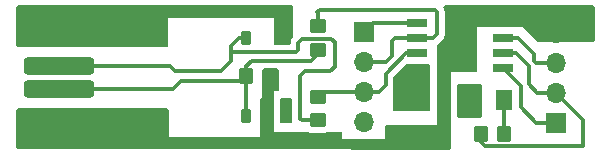
<source format=gbr>
%TF.GenerationSoftware,KiCad,Pcbnew,(7.0.0)*%
%TF.CreationDate,2023-07-16T21:42:08+07:00*%
%TF.ProjectId,Attiny85_USB,41747469-6e79-4383-955f-5553422e6b69,rev?*%
%TF.SameCoordinates,Original*%
%TF.FileFunction,Copper,L1,Top*%
%TF.FilePolarity,Positive*%
%FSLAX46Y46*%
G04 Gerber Fmt 4.6, Leading zero omitted, Abs format (unit mm)*
G04 Created by KiCad (PCBNEW (7.0.0)) date 2023-07-16 21:42:08*
%MOMM*%
%LPD*%
G01*
G04 APERTURE LIST*
G04 Aperture macros list*
%AMRoundRect*
0 Rectangle with rounded corners*
0 $1 Rounding radius*
0 $2 $3 $4 $5 $6 $7 $8 $9 X,Y pos of 4 corners*
0 Add a 4 corners polygon primitive as box body*
4,1,4,$2,$3,$4,$5,$6,$7,$8,$9,$2,$3,0*
0 Add four circle primitives for the rounded corners*
1,1,$1+$1,$2,$3*
1,1,$1+$1,$4,$5*
1,1,$1+$1,$6,$7*
1,1,$1+$1,$8,$9*
0 Add four rect primitives between the rounded corners*
20,1,$1+$1,$2,$3,$4,$5,0*
20,1,$1+$1,$4,$5,$6,$7,0*
20,1,$1+$1,$6,$7,$8,$9,0*
20,1,$1+$1,$8,$9,$2,$3,0*%
G04 Aperture macros list end*
%TA.AperFunction,SMDPad,CuDef*%
%ADD10RoundRect,0.500000X-3.000000X-0.500000X3.000000X-0.500000X3.000000X0.500000X-3.000000X0.500000X0*%
%TD*%
%TA.AperFunction,SMDPad,CuDef*%
%ADD11RoundRect,0.375000X-2.625000X-0.375000X2.625000X-0.375000X2.625000X0.375000X-2.625000X0.375000X0*%
%TD*%
%TA.AperFunction,ComponentPad*%
%ADD12R,1.700000X1.700000*%
%TD*%
%TA.AperFunction,ComponentPad*%
%ADD13O,1.700000X1.700000*%
%TD*%
%TA.AperFunction,SMDPad,CuDef*%
%ADD14RoundRect,0.250000X0.650000X-0.412500X0.650000X0.412500X-0.650000X0.412500X-0.650000X-0.412500X0*%
%TD*%
%TA.AperFunction,SMDPad,CuDef*%
%ADD15RoundRect,0.250000X0.350000X0.450000X-0.350000X0.450000X-0.350000X-0.450000X0.350000X-0.450000X0*%
%TD*%
%TA.AperFunction,SMDPad,CuDef*%
%ADD16RoundRect,0.250000X-0.450000X0.350000X-0.450000X-0.350000X0.450000X-0.350000X0.450000X0.350000X0*%
%TD*%
%TA.AperFunction,SMDPad,CuDef*%
%ADD17R,1.700000X0.650000*%
%TD*%
%TA.AperFunction,SMDPad,CuDef*%
%ADD18RoundRect,0.225000X-0.225000X-0.375000X0.225000X-0.375000X0.225000X0.375000X-0.225000X0.375000X0*%
%TD*%
%TA.AperFunction,SMDPad,CuDef*%
%ADD19RoundRect,0.250000X-0.350000X-0.450000X0.350000X-0.450000X0.350000X0.450000X-0.350000X0.450000X0*%
%TD*%
%TA.AperFunction,SMDPad,CuDef*%
%ADD20RoundRect,0.250001X-0.462499X-0.624999X0.462499X-0.624999X0.462499X0.624999X-0.462499X0.624999X0*%
%TD*%
%TA.AperFunction,ViaPad*%
%ADD21C,0.800000*%
%TD*%
%TA.AperFunction,Conductor*%
%ADD22C,0.300000*%
%TD*%
%TA.AperFunction,Conductor*%
%ADD23C,0.500000*%
%TD*%
G04 APERTURE END LIST*
D10*
%TO.P,U2,1,Vcc*%
%TO.N,+5V*%
X56650000Y-117725000D03*
D11*
%TO.P,U2,2,D+*%
%TO.N,Net-(D2-K)*%
X56650000Y-114975000D03*
%TO.P,U2,3,D-*%
%TO.N,Net-(D1-K)*%
X56650000Y-112975000D03*
D10*
%TO.P,U2,4,GND*%
%TO.N,GND*%
X56650000Y-110225000D03*
%TD*%
D12*
%TO.P,J2,1,Pin_1*%
%TO.N,Net-(J2-Pin_1)*%
X98759999Y-117819999D03*
D13*
%TO.P,J2,2,Pin_2*%
%TO.N,Net-(J2-Pin_2)*%
X98759999Y-115279999D03*
%TO.P,J2,3,Pin_3*%
%TO.N,Net-(J2-Pin_3)*%
X98759999Y-112739999D03*
%TO.P,J2,4,Pin_4*%
%TO.N,+5V*%
X98759999Y-110199999D03*
%TD*%
D14*
%TO.P,C1,1*%
%TO.N,+5V*%
X87020000Y-118755000D03*
%TO.P,C1,2*%
%TO.N,GND*%
X87020000Y-115630000D03*
%TD*%
D15*
%TO.P,R4,1*%
%TO.N,+5V*%
X74530000Y-113870000D03*
%TO.P,R4,2*%
%TO.N,Net-(D2-K)*%
X72530000Y-113870000D03*
%TD*%
D12*
%TO.P,J1,1,Pin_1*%
%TO.N,Net-(J1-Pin_1)*%
X82469999Y-110129999D03*
D13*
%TO.P,J1,2,Pin_2*%
%TO.N,Net-(J1-Pin_2)*%
X82469999Y-112669999D03*
%TO.P,J1,3,Pin_3*%
%TO.N,Net-(J1-Pin_3)*%
X82469999Y-115209999D03*
%TO.P,J1,4,Pin_4*%
%TO.N,GND*%
X82469999Y-117749999D03*
%TD*%
D16*
%TO.P,R1,1*%
%TO.N,Net-(J1-Pin_3)*%
X78560000Y-115590000D03*
%TO.P,R1,2*%
%TO.N,Net-(D1-K)*%
X78560000Y-117590000D03*
%TD*%
D17*
%TO.P,U1,1,~{RESET}/PB5*%
%TO.N,Net-(J1-Pin_1)*%
X86939999Y-109369999D03*
%TO.P,U1,2,XTAL1/PB3*%
%TO.N,Net-(J1-Pin_2)*%
X86939999Y-110639999D03*
%TO.P,U1,3,XTAL2/PB4*%
%TO.N,Net-(J1-Pin_3)*%
X86939999Y-111909999D03*
%TO.P,U1,4,GND*%
%TO.N,GND*%
X86939999Y-113179999D03*
%TO.P,U1,5,AREF/PB0*%
%TO.N,Net-(J2-Pin_1)*%
X94239999Y-113179999D03*
%TO.P,U1,6,PB1*%
%TO.N,Net-(J2-Pin_2)*%
X94239999Y-111909999D03*
%TO.P,U1,7,PB2*%
%TO.N,Net-(J2-Pin_3)*%
X94239999Y-110639999D03*
%TO.P,U1,8,VCC*%
%TO.N,+5V*%
X94239999Y-109369999D03*
%TD*%
D16*
%TO.P,R2,1*%
%TO.N,Net-(J1-Pin_2)*%
X78560000Y-109640000D03*
%TO.P,R2,2*%
%TO.N,Net-(D2-K)*%
X78560000Y-111640000D03*
%TD*%
D18*
%TO.P,D2,1,K*%
%TO.N,Net-(D2-K)*%
X72530000Y-117200000D03*
%TO.P,D2,2,A*%
%TO.N,GND*%
X75830000Y-117200000D03*
%TD*%
%TO.P,D1,1,K*%
%TO.N,Net-(D1-K)*%
X72522500Y-110630000D03*
%TO.P,D1,2,A*%
%TO.N,GND*%
X75822500Y-110630000D03*
%TD*%
D19*
%TO.P,R3,1*%
%TO.N,Net-(J2-Pin_2)*%
X92370000Y-118740000D03*
%TO.P,R3,2*%
%TO.N,Net-(D3-A)*%
X94370000Y-118740000D03*
%TD*%
D20*
%TO.P,D3,1,K*%
%TO.N,GND*%
X91395000Y-115910000D03*
%TO.P,D3,2,A*%
%TO.N,Net-(D3-A)*%
X94370000Y-115910000D03*
%TD*%
D21*
%TO.N,GND*%
X75830000Y-116390000D03*
X91410000Y-116980000D03*
X86940000Y-113840000D03*
X87020000Y-114870000D03*
X75820000Y-109330000D03*
X61010000Y-110230000D03*
%TD*%
D22*
%TO.N,GND*%
X75830000Y-117200000D02*
X75830000Y-116390000D01*
D23*
X75822500Y-109332500D02*
X75820000Y-109330000D01*
X75822500Y-110630000D02*
X75822500Y-109332500D01*
D22*
%TO.N,Net-(J2-Pin_2)*%
X101070000Y-117590000D02*
X98760000Y-115280000D01*
X94988528Y-119770000D02*
X101070000Y-119770000D01*
X94968528Y-119790000D02*
X94988528Y-119770000D01*
X92730000Y-119790000D02*
X94968528Y-119790000D01*
X92370000Y-119430000D02*
X92730000Y-119790000D01*
X92370000Y-118740000D02*
X92370000Y-119430000D01*
X101070000Y-119770000D02*
X101070000Y-117590000D01*
D23*
%TO.N,+5V*%
X74070000Y-119620000D02*
X74530000Y-119160000D01*
X63010000Y-117730000D02*
X64900000Y-119620000D01*
X64900000Y-119620000D02*
X74070000Y-119620000D01*
X56655000Y-117730000D02*
X63010000Y-117730000D01*
X56650000Y-117725000D02*
X56655000Y-117730000D01*
X86155000Y-119620000D02*
X87020000Y-118755000D01*
X74990000Y-119620000D02*
X86155000Y-119620000D01*
X74530000Y-119160000D02*
X74990000Y-119620000D01*
X74530000Y-113870000D02*
X74530000Y-119160000D01*
D22*
%TO.N,Net-(D1-K)*%
X71190000Y-111850000D02*
X71190000Y-111580000D01*
X76740000Y-111850000D02*
X71190000Y-111850000D01*
X76920000Y-111670000D02*
X76740000Y-111850000D01*
X76920000Y-111050000D02*
X76920000Y-111670000D01*
X77280000Y-110690000D02*
X76920000Y-111050000D01*
X79710000Y-110690000D02*
X77280000Y-110690000D01*
X80030000Y-111010000D02*
X79710000Y-110690000D01*
X79610000Y-113470000D02*
X80030000Y-113050000D01*
X80030000Y-113050000D02*
X80030000Y-111010000D01*
X77470000Y-113470000D02*
X79610000Y-113470000D01*
X77100000Y-117460000D02*
X77100000Y-113840000D01*
X77230000Y-117590000D02*
X77100000Y-117460000D01*
X78560000Y-117590000D02*
X77230000Y-117590000D01*
X77100000Y-113840000D02*
X77470000Y-113470000D01*
%TO.N,Net-(D3-A)*%
X94370000Y-118740000D02*
X94370000Y-115910000D01*
D23*
%TO.N,GND*%
X91410000Y-115925000D02*
X91410000Y-116980000D01*
X91395000Y-115910000D02*
X91410000Y-115925000D01*
X86940000Y-113180000D02*
X86940000Y-113840000D01*
X87020000Y-115630000D02*
X87020000Y-114870000D01*
X61005000Y-110225000D02*
X61010000Y-110230000D01*
X56650000Y-110225000D02*
X61005000Y-110225000D01*
D22*
%TO.N,Net-(D1-K)*%
X71190000Y-111580000D02*
X71190000Y-111320000D01*
X71190000Y-112600000D02*
X71190000Y-111580000D01*
%TO.N,Net-(J1-Pin_2)*%
X88360000Y-110640000D02*
X86940000Y-110640000D01*
X88660000Y-110340000D02*
X88360000Y-110640000D01*
X88660000Y-108460000D02*
X88660000Y-110340000D01*
X88470000Y-108270000D02*
X88660000Y-108460000D01*
X78730000Y-108270000D02*
X88470000Y-108270000D01*
X78540000Y-108460000D02*
X78730000Y-108270000D01*
X78560000Y-108480000D02*
X78540000Y-108460000D01*
X78560000Y-109640000D02*
X78560000Y-108480000D01*
D23*
%TO.N,+5V*%
X88285000Y-118755000D02*
X87020000Y-118755000D01*
X89460000Y-117580000D02*
X88285000Y-118755000D01*
X89460000Y-110840000D02*
X89460000Y-117580000D01*
X90930000Y-109370000D02*
X89460000Y-110840000D01*
X94240000Y-109370000D02*
X90930000Y-109370000D01*
X97930000Y-109370000D02*
X98760000Y-110200000D01*
X94240000Y-109370000D02*
X97930000Y-109370000D01*
D22*
%TO.N,Net-(J2-Pin_1)*%
X97060000Y-117820000D02*
X98760000Y-117820000D01*
X95760000Y-116520000D02*
X97060000Y-117820000D01*
X95760000Y-114700000D02*
X95760000Y-116520000D01*
X94240000Y-113180000D02*
X95760000Y-114700000D01*
%TO.N,Net-(J2-Pin_2)*%
X97160000Y-115280000D02*
X98760000Y-115280000D01*
X96440000Y-114560000D02*
X97160000Y-115280000D01*
X96440000Y-112990000D02*
X96440000Y-114560000D01*
X95360000Y-111910000D02*
X96440000Y-112990000D01*
X94240000Y-111910000D02*
X95360000Y-111910000D01*
%TO.N,Net-(J2-Pin_3)*%
X97090000Y-112740000D02*
X98760000Y-112740000D01*
X96900000Y-112550000D02*
X97090000Y-112740000D01*
X96900000Y-112030000D02*
X96900000Y-112550000D01*
X95510000Y-110640000D02*
X96900000Y-112030000D01*
X94240000Y-110640000D02*
X95510000Y-110640000D01*
%TO.N,Net-(J1-Pin_3)*%
X83740000Y-115210000D02*
X82470000Y-115210000D01*
X86070000Y-111910000D02*
X84330000Y-113650000D01*
X84330000Y-113650000D02*
X84330000Y-114620000D01*
X86940000Y-111910000D02*
X86070000Y-111910000D01*
X84330000Y-114620000D02*
X83740000Y-115210000D01*
%TO.N,Net-(J1-Pin_2)*%
X84890000Y-110900000D02*
X84890000Y-112150000D01*
X84370000Y-112670000D02*
X82470000Y-112670000D01*
X85150000Y-110640000D02*
X84890000Y-110900000D01*
X86940000Y-110640000D02*
X85150000Y-110640000D01*
X84890000Y-112150000D02*
X84370000Y-112670000D01*
%TO.N,Net-(J1-Pin_1)*%
X82470000Y-110130000D02*
X83230000Y-109370000D01*
X83230000Y-109370000D02*
X86940000Y-109370000D01*
%TO.N,Net-(J1-Pin_3)*%
X78940000Y-115210000D02*
X82470000Y-115210000D01*
X78560000Y-115590000D02*
X78940000Y-115210000D01*
%TO.N,Net-(D2-K)*%
X78010000Y-112560000D02*
X78560000Y-112010000D01*
X73000000Y-112560000D02*
X78010000Y-112560000D01*
X72530000Y-113870000D02*
X72530000Y-113030000D01*
X72530000Y-113030000D02*
X73000000Y-112560000D01*
X78560000Y-112010000D02*
X78560000Y-111640000D01*
X72530000Y-117200000D02*
X72530000Y-113870000D01*
X72120000Y-114280000D02*
X72530000Y-113870000D01*
X66295000Y-114975000D02*
X66990000Y-114280000D01*
X56650000Y-114975000D02*
X66295000Y-114975000D01*
X66990000Y-114280000D02*
X72120000Y-114280000D01*
%TO.N,Net-(D1-K)*%
X70350000Y-113440000D02*
X71190000Y-112600000D01*
X71880000Y-110630000D02*
X72522500Y-110630000D01*
X66520000Y-113440000D02*
X70350000Y-113440000D01*
X71190000Y-111320000D02*
X71880000Y-110630000D01*
X56650000Y-112975000D02*
X66055000Y-112975000D01*
X66055000Y-112975000D02*
X66520000Y-113440000D01*
%TD*%
%TA.AperFunction,Conductor*%
%TO.N,GND*%
G36*
X88008000Y-112876613D02*
G01*
X88053387Y-112922000D01*
X88070000Y-112984000D01*
X88070000Y-116696000D01*
X88053387Y-116758000D01*
X88008000Y-116803387D01*
X87946000Y-116820000D01*
X85084000Y-116820000D01*
X85022000Y-116803387D01*
X84976613Y-116758000D01*
X84960000Y-116696000D01*
X84960000Y-114810383D01*
X84961526Y-114790988D01*
X84966775Y-114757842D01*
X84969142Y-114746409D01*
X84980500Y-114702177D01*
X84980500Y-114680954D01*
X84982027Y-114661555D01*
X84984126Y-114648302D01*
X84985347Y-114640595D01*
X84981050Y-114595140D01*
X84980500Y-114583470D01*
X84980500Y-113970808D01*
X84989939Y-113923355D01*
X85016819Y-113883127D01*
X86003627Y-112896319D01*
X86043855Y-112869439D01*
X86091308Y-112860000D01*
X87946000Y-112860000D01*
X88008000Y-112876613D01*
G37*
%TD.AperFunction*%
%TD*%
%TA.AperFunction,Conductor*%
%TO.N,GND*%
G36*
X65910000Y-108940000D02*
G01*
X65910000Y-108956315D01*
X65910000Y-111286000D01*
X65893387Y-111348000D01*
X65848000Y-111393387D01*
X65786000Y-111410000D01*
X53174500Y-111410000D01*
X53112500Y-111393387D01*
X53067113Y-111348000D01*
X53050500Y-111286000D01*
X53050500Y-109551851D01*
X53050502Y-109551150D01*
X53053863Y-108956315D01*
X53059244Y-108003796D01*
X53076089Y-107942096D01*
X53121444Y-107896996D01*
X53183242Y-107880500D01*
X65910000Y-107880500D01*
X65910000Y-108940000D01*
G37*
%TD.AperFunction*%
%TD*%
%TA.AperFunction,Conductor*%
%TO.N,GND*%
G36*
X76428000Y-107897113D02*
G01*
X76473387Y-107942500D01*
X76490000Y-108004500D01*
X76490000Y-110508545D01*
X76481285Y-110554211D01*
X76456365Y-110593457D01*
X76455458Y-110594422D01*
X76454105Y-110595863D01*
X76451427Y-110598626D01*
X76431089Y-110618965D01*
X76428712Y-110622028D01*
X76428688Y-110622056D01*
X76428363Y-110622476D01*
X76420807Y-110631321D01*
X76394892Y-110658919D01*
X76394887Y-110658924D01*
X76389552Y-110664607D01*
X76385797Y-110671436D01*
X76385789Y-110671448D01*
X76379321Y-110683213D01*
X76368647Y-110699464D01*
X76355638Y-110716236D01*
X76352541Y-110723391D01*
X76352540Y-110723394D01*
X76337506Y-110758133D01*
X76332370Y-110768616D01*
X76314130Y-110801796D01*
X76314127Y-110801802D01*
X76310373Y-110808632D01*
X76308434Y-110816180D01*
X76308431Y-110816190D01*
X76305089Y-110829204D01*
X76298792Y-110847596D01*
X76293464Y-110859910D01*
X76293462Y-110859916D01*
X76290365Y-110867074D01*
X76289145Y-110874772D01*
X76289144Y-110874778D01*
X76283223Y-110912162D01*
X76280855Y-110923593D01*
X76269500Y-110967823D01*
X76269500Y-110975625D01*
X76269500Y-110989046D01*
X76267973Y-111008445D01*
X76265873Y-111021697D01*
X76265872Y-111021704D01*
X76264653Y-111029405D01*
X76265387Y-111037170D01*
X76265387Y-111037173D01*
X76267907Y-111063831D01*
X76255525Y-111130635D01*
X76209799Y-111180887D01*
X76144457Y-111199500D01*
X74964000Y-111199500D01*
X74902000Y-111182887D01*
X74856613Y-111137500D01*
X74840000Y-111075500D01*
X74840000Y-108946337D01*
X74840000Y-108930000D01*
X74823662Y-108930018D01*
X65926313Y-108939981D01*
X65926310Y-108939981D01*
X65910000Y-108940000D01*
X65910000Y-107880500D01*
X76366000Y-107880500D01*
X76428000Y-107897113D01*
G37*
%TD.AperFunction*%
%TD*%
%TA.AperFunction,Conductor*%
%TO.N,GND*%
G36*
X76328000Y-115726613D02*
G01*
X76373387Y-115772000D01*
X76390000Y-115834000D01*
X76390000Y-117686000D01*
X76373387Y-117748000D01*
X76328000Y-117793387D01*
X76266000Y-117810000D01*
X75514346Y-117810000D01*
X75452272Y-117793344D01*
X75406873Y-117747852D01*
X75390346Y-117685743D01*
X75390349Y-117684107D01*
X75390351Y-117683331D01*
X75389722Y-117657082D01*
X75389080Y-117644231D01*
X75387094Y-117618095D01*
X75385641Y-117603883D01*
X75385000Y-117591280D01*
X75385000Y-116808719D01*
X75385642Y-116796119D01*
X75389093Y-116762332D01*
X75391027Y-116737216D01*
X75391669Y-116724868D01*
X75392350Y-116699649D01*
X75394110Y-115833746D01*
X75410807Y-115771855D01*
X75456183Y-115726571D01*
X75518110Y-115710000D01*
X76266000Y-115710000D01*
X76328000Y-115726613D01*
G37*
%TD.AperFunction*%
%TD*%
%TA.AperFunction,Conductor*%
%TO.N,GND*%
G36*
X92388000Y-114526613D02*
G01*
X92433387Y-114572000D01*
X92450000Y-114634000D01*
X92450000Y-117296000D01*
X92433387Y-117358000D01*
X92388000Y-117403387D01*
X92326000Y-117420000D01*
X90524000Y-117420000D01*
X90462000Y-117403387D01*
X90416613Y-117358000D01*
X90400000Y-117296000D01*
X90400000Y-114634000D01*
X90416613Y-114572000D01*
X90462000Y-114526613D01*
X90524000Y-114510000D01*
X92326000Y-114510000D01*
X92388000Y-114526613D01*
G37*
%TD.AperFunction*%
%TD*%
%TA.AperFunction,Conductor*%
%TO.N,+5V*%
G36*
X65888000Y-116606613D02*
G01*
X65933387Y-116652000D01*
X65950000Y-116714000D01*
X65950000Y-120060000D01*
X53174404Y-120050104D01*
X53112445Y-120033459D01*
X53067097Y-119988076D01*
X53050500Y-119926104D01*
X53050500Y-116714000D01*
X53067113Y-116652000D01*
X53112500Y-116606613D01*
X53174500Y-116590000D01*
X65826000Y-116590000D01*
X65888000Y-116606613D01*
G37*
%TD.AperFunction*%
%TD*%
%TA.AperFunction,Conductor*%
%TO.N,+5V*%
G36*
X75198000Y-113227113D02*
G01*
X75243387Y-113272500D01*
X75260000Y-113334500D01*
X75260000Y-115026000D01*
X75243387Y-115088000D01*
X75198000Y-115133387D01*
X75136000Y-115150000D01*
X74890000Y-115150000D01*
X74889966Y-115166298D01*
X74889966Y-115166302D01*
X74886851Y-116698621D01*
X74886209Y-116710969D01*
X74879820Y-116773518D01*
X74879500Y-116776655D01*
X74879500Y-116779802D01*
X74879500Y-116779803D01*
X74879500Y-117620194D01*
X74879500Y-117620213D01*
X74879501Y-117623344D01*
X74879820Y-117626471D01*
X74879821Y-117626482D01*
X74884210Y-117669453D01*
X74884852Y-117682304D01*
X74883102Y-118543653D01*
X74883069Y-118560000D01*
X74880000Y-118560000D01*
X74880000Y-120070000D01*
X65950000Y-120060000D01*
X65950000Y-118980000D01*
X73710000Y-118980000D01*
X73710000Y-115814000D01*
X73726613Y-115752000D01*
X73772000Y-115706613D01*
X73834000Y-115690000D01*
X73863674Y-115690000D01*
X73880000Y-115690000D01*
X73880000Y-113334500D01*
X73896613Y-113272500D01*
X73942000Y-113227113D01*
X74004000Y-113210500D01*
X75136000Y-113210500D01*
X75198000Y-113227113D01*
G37*
%TD.AperFunction*%
%TD*%
%TA.AperFunction,Conductor*%
%TO.N,+5V*%
G36*
X88650000Y-120079500D02*
G01*
X87961500Y-120079500D01*
X74880000Y-120070000D01*
X74880000Y-118560000D01*
X74883069Y-118560000D01*
X74899415Y-118560000D01*
X77650419Y-118560000D01*
X77715515Y-118578461D01*
X77790666Y-118624814D01*
X77957203Y-118679999D01*
X78059991Y-118690500D01*
X79060008Y-118690499D01*
X79162797Y-118679999D01*
X79329334Y-118624814D01*
X79404484Y-118578461D01*
X79469581Y-118560000D01*
X80496000Y-118560000D01*
X80558000Y-118576613D01*
X80603387Y-118622000D01*
X80620000Y-118684000D01*
X80620000Y-119200000D01*
X80636326Y-119200000D01*
X84233674Y-119200000D01*
X84250000Y-119200000D01*
X84250000Y-118154000D01*
X84266613Y-118092000D01*
X84312000Y-118046613D01*
X84374000Y-118030000D01*
X88633674Y-118030000D01*
X88650000Y-118030000D01*
X88650000Y-120079500D01*
G37*
%TD.AperFunction*%
%TD*%
%TA.AperFunction,Conductor*%
%TO.N,+5V*%
G36*
X101948000Y-107897113D02*
G01*
X101993387Y-107942500D01*
X102010000Y-108004500D01*
X102010000Y-110866000D01*
X101993387Y-110928000D01*
X101948000Y-110973387D01*
X101886000Y-110990000D01*
X97261650Y-110990000D01*
X97213971Y-110980467D01*
X97173623Y-110953334D01*
X95958646Y-109728715D01*
X95958647Y-109728715D01*
X95950000Y-109720000D01*
X95937727Y-109720000D01*
X92106326Y-109720000D01*
X92090000Y-109720000D01*
X92090000Y-109736326D01*
X92090000Y-113356000D01*
X92073387Y-113418000D01*
X92028000Y-113463387D01*
X91966000Y-113480000D01*
X89870000Y-113480000D01*
X89870000Y-113496326D01*
X89870000Y-119955500D01*
X89853387Y-120017500D01*
X89808000Y-120062887D01*
X89746000Y-120079500D01*
X88650000Y-120079500D01*
X88650000Y-111296545D01*
X88663514Y-111240252D01*
X88701108Y-111196231D01*
X88712820Y-111187722D01*
X88722558Y-111181326D01*
X88761865Y-111158081D01*
X88776869Y-111143076D01*
X88791664Y-111130438D01*
X88808837Y-111117963D01*
X88837947Y-111082772D01*
X88845790Y-111074154D01*
X89062656Y-110857288D01*
X89071291Y-110849432D01*
X89071347Y-110849385D01*
X89077940Y-110845202D01*
X89125897Y-110794131D01*
X89128515Y-110791429D01*
X89148911Y-110771035D01*
X89151610Y-110767554D01*
X89159174Y-110758695D01*
X89190448Y-110725393D01*
X89200674Y-110706790D01*
X89211346Y-110690542D01*
X89224362Y-110673764D01*
X89242491Y-110631868D01*
X89247631Y-110621377D01*
X89269627Y-110581368D01*
X89274906Y-110560807D01*
X89281208Y-110542398D01*
X89289635Y-110522926D01*
X89296777Y-110477828D01*
X89299141Y-110466413D01*
X89310500Y-110422177D01*
X89310500Y-110400954D01*
X89312027Y-110381555D01*
X89314126Y-110368302D01*
X89315347Y-110360595D01*
X89311050Y-110315140D01*
X89310500Y-110303470D01*
X89310500Y-108541073D01*
X89311050Y-108529404D01*
X89311058Y-108529318D01*
X89312760Y-108521704D01*
X89310561Y-108451724D01*
X89310500Y-108447829D01*
X89310500Y-108422977D01*
X89310500Y-108419075D01*
X89309948Y-108414712D01*
X89309031Y-108403063D01*
X89307598Y-108357431D01*
X89301676Y-108337048D01*
X89297730Y-108317994D01*
X89296048Y-108304680D01*
X89295071Y-108296942D01*
X89278267Y-108254501D01*
X89274484Y-108243451D01*
X89263922Y-108207095D01*
X89263921Y-108207094D01*
X89261745Y-108199602D01*
X89257773Y-108192887D01*
X89257772Y-108192883D01*
X89250936Y-108181324D01*
X89242376Y-108163850D01*
X89237441Y-108151386D01*
X89234568Y-108144129D01*
X89229980Y-108137815D01*
X89226222Y-108130978D01*
X89227301Y-108130384D01*
X89216070Y-108108344D01*
X89210000Y-108070024D01*
X89210000Y-108004500D01*
X89226613Y-107942500D01*
X89272000Y-107897113D01*
X89334000Y-107880500D01*
X101886000Y-107880500D01*
X101948000Y-107897113D01*
G37*
%TD.AperFunction*%
%TD*%
M02*

</source>
